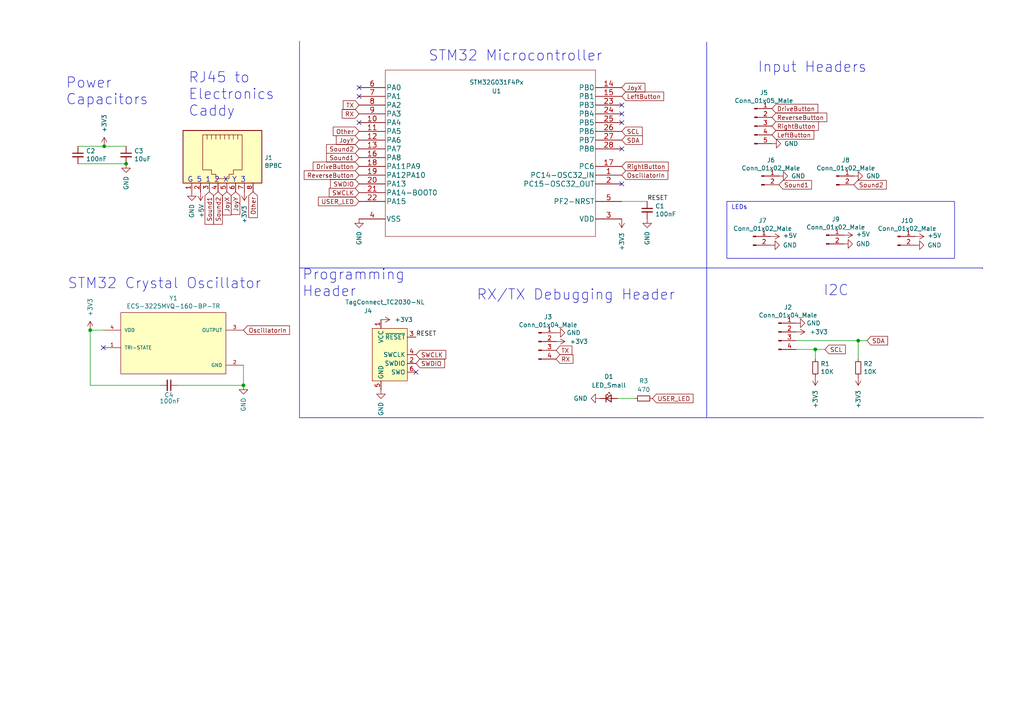
<source format=kicad_sch>
(kicad_sch (version 20230121) (generator eeschema)
  (paper "A4")
  (lib_symbols
    (symbol "Connector:8P8C" (pin_names (offset 1.016))
      (property "Reference" "J" (at -5.08 13.97 0))
      (property "Value" "8P8C" (at 2.54 13.97 0))
      (symbol "8P8C_0_1"
        (polyline (pts (xy -5.08 4.445) (xy -6.35 4.445)))
        (polyline (pts (xy -5.08 5.715) (xy -6.35 5.715)))
        (polyline (pts (xy -6.35 -3.175) (xy -5.08 -3.175) (xy -5.08 -3.175)))
        (polyline (pts (xy -6.35 -1.905) (xy -5.08 -1.905) (xy -5.08 -1.905)))
        (polyline (pts (xy -6.35 -0.635) (xy -5.08 -0.635) (xy -5.08 -0.635)))
        (polyline (pts (xy -6.35 0.635) (xy -5.08 0.635) (xy -5.08 0.635)))
        (polyline (pts (xy -6.35 1.905) (xy -5.08 1.905) (xy -5.08 1.905)))
        (polyline (pts (xy -5.08 3.175) (xy -6.35 3.175) (xy -6.35 3.175)))
        (polyline (pts (xy -6.35 -4.445) (xy -6.35 6.985) (xy 3.81 6.985) (xy 3.81 4.445) (xy 5.08 4.445) (xy 5.08 3.175) (xy 6.35 3.175) (xy 6.35 -0.635) (xy 5.08 -0.635) (xy 5.08 -1.905) (xy 3.81 -1.905) (xy 3.81 -4.445) (xy -6.35 -4.445) (xy -6.35 -4.445)))
        (rectangle (start 7.62 12.7) (end -7.62 -10.16) (stroke (width 0.254)) (fill (type background)))
      )
      (symbol "8P8C_1_1"
        (pin passive line (at 10.16 -7.62 180) (length 2.54) (name "~") (number "1"))
        (pin passive line (at 10.16 -5.08 180) (length 2.54) (name "~") (number "2"))
        (pin passive line (at 10.16 -2.54 180) (length 2.54) (name "~") (number "3"))
        (pin passive line (at 10.16 0 180) (length 2.54) (name "~") (number "4"))
        (pin passive line (at 10.16 2.54 180) (length 2.54) (name "~") (number "5"))
        (pin passive line (at 10.16 5.08 180) (length 2.54) (name "~") (number "6"))
        (pin passive line (at 10.16 7.62 180) (length 2.54) (name "~") (number "7"))
        (pin passive line (at 10.16 10.16 180) (length 2.54) (name "~") (number "8"))
      )
    )
    (symbol "Connector:Conn_01x02_Male" (pin_names (offset 1.016) hide)
      (property "Reference" "J" (at 0 2.54 0))
      (property "Value" "Conn_01x02_Male" (at 0 -5.08 0))
      (symbol "Conn_01x02_Male_1_1"
        (polyline (pts (xy 1.27 -2.54) (xy 0.8636 -2.54)) (stroke (width 0.1524)))
        (polyline (pts (xy 1.27 0) (xy 0.8636 0)) (stroke (width 0.1524)))
        (rectangle (start 0.8636 -2.413) (end 0 -2.667) (stroke (width 0.1524)) (fill (type outline)))
        (rectangle (start 0.8636 0.127) (end 0 -0.127) (stroke (width 0.1524)) (fill (type outline)))
        (pin passive line (at 5.08 0 180) (length 3.81) (name "Pin_1") (number "1"))
        (pin passive line (at 5.08 -2.54 180) (length 3.81) (name "Pin_2") (number "2"))
      )
    )
    (symbol "Connector:Conn_01x04_Male" (pin_names (offset 1.016) hide)
      (property "Reference" "J" (at 0 5.08 0))
      (property "Value" "Conn_01x04_Male" (at 0 -7.62 0))
      (symbol "Conn_01x04_Male_1_1"
        (polyline (pts (xy 1.27 -5.08) (xy 0.8636 -5.08)) (stroke (width 0.1524)))
        (polyline (pts (xy 1.27 -2.54) (xy 0.8636 -2.54)) (stroke (width 0.1524)))
        (polyline (pts (xy 1.27 0) (xy 0.8636 0)) (stroke (width 0.1524)))
        (polyline (pts (xy 1.27 2.54) (xy 0.8636 2.54)) (stroke (width 0.1524)))
        (rectangle (start 0.8636 -4.953) (end 0 -5.207) (stroke (width 0.1524)) (fill (type outline)))
        (rectangle (start 0.8636 -2.413) (end 0 -2.667) (stroke (width 0.1524)) (fill (type outline)))
        (rectangle (start 0.8636 0.127) (end 0 -0.127) (stroke (width 0.1524)) (fill (type outline)))
        (rectangle (start 0.8636 2.667) (end 0 2.413) (stroke (width 0.1524)) (fill (type outline)))
        (pin passive line (at 5.08 2.54 180) (length 3.81) (name "Pin_1") (number "1"))
        (pin passive line (at 5.08 0 180) (length 3.81) (name "Pin_2") (number "2"))
        (pin passive line (at 5.08 -2.54 180) (length 3.81) (name "Pin_3") (number "3"))
        (pin passive line (at 5.08 -5.08 180) (length 3.81) (name "Pin_4") (number "4"))
      )
    )
    (symbol "Connector:Conn_01x05_Male" (pin_names (offset 1.016) hide)
      (property "Reference" "J" (at 0 7.62 0))
      (property "Value" "Conn_01x05_Male" (at 0 -7.62 0))
      (symbol "Conn_01x05_Male_1_1"
        (polyline (pts (xy 1.27 -5.08) (xy 0.8636 -5.08)) (stroke (width 0.1524)))
        (polyline (pts (xy 1.27 -2.54) (xy 0.8636 -2.54)) (stroke (width 0.1524)))
        (polyline (pts (xy 1.27 0) (xy 0.8636 0)) (stroke (width 0.1524)))
        (polyline (pts (xy 1.27 2.54) (xy 0.8636 2.54)) (stroke (width 0.1524)))
        (polyline (pts (xy 1.27 5.08) (xy 0.8636 5.08)) (stroke (width 0.1524)))
        (rectangle (start 0.8636 -4.953) (end 0 -5.207) (stroke (width 0.1524)) (fill (type outline)))
        (rectangle (start 0.8636 -2.413) (end 0 -2.667) (stroke (width 0.1524)) (fill (type outline)))
        (rectangle (start 0.8636 0.127) (end 0 -0.127) (stroke (width 0.1524)) (fill (type outline)))
        (rectangle (start 0.8636 2.667) (end 0 2.413) (stroke (width 0.1524)) (fill (type outline)))
        (rectangle (start 0.8636 5.207) (end 0 4.953) (stroke (width 0.1524)) (fill (type outline)))
        (pin passive line (at 5.08 5.08 180) (length 3.81) (name "Pin_1") (number "1"))
        (pin passive line (at 5.08 2.54 180) (length 3.81) (name "Pin_2") (number "2"))
        (pin passive line (at 5.08 0 180) (length 3.81) (name "Pin_3") (number "3"))
        (pin passive line (at 5.08 -2.54 180) (length 3.81) (name "Pin_4") (number "4"))
        (pin passive line (at 5.08 -5.08 180) (length 3.81) (name "Pin_5") (number "5"))
      )
    )
    (symbol "Connector:Conn_ARM_SWD_TagConnect_TC2030-NL" (in_bom no)
      (property "Reference" "J" (at 2.54 11.43 0))
      (property "Value" "Conn_ARM_SWD_TagConnect_TC2030-NL" (at 2.54 8.89 0))
      (symbol "Conn_ARM_SWD_TagConnect_TC2030-NL_0_0"
        (pin power_in line (at -2.54 10.16 270) (length 2.54) (name "VCC") (number "1"))
        (pin bidirectional line (at 7.62 -2.54 180) (length 2.54) (name "SWDIO") (number "2"))
        (pin open_collector line (at 7.62 5.08 180) (length 2.54) (name "~{RESET}") (number "3"))
        (pin output line (at 7.62 0 180) (length 2.54) (name "SWCLK") (number "4"))
        (pin power_in line (at -2.54 -10.16 90) (length 2.54) (name "GND") (number "5"))
        (pin input line (at 7.62 -5.08 180) (length 2.54) (name "SWO") (number "6"))
      )
      (symbol "Conn_ARM_SWD_TagConnect_TC2030-NL_0_1"
        (rectangle (start -5.08 7.62) (end 5.08 -7.62) (fill (type background)))
      )
    )
    (symbol "CrystalOscillator:ECS-3225MVQ-160-BP-TR" (pin_names (offset 1.016))
      (property "Reference" "Y" (at -15.5448 8.1534 0))
      (property "Value" "ECS-3225MVQ-160-BP-TR" (at -15.0114 -12.9794 0))
      (symbol "ECS-3225MVQ-160-BP-TR_0_0"
        (rectangle (start -15.24 -10.16) (end 15.24 7.62) (stroke (width 0.1524)) (fill (type background)))
        (pin input line (at -20.32 -2.54 0) (length 5.08) (name "TRI-STATE") (number "1"))
        (pin power_in line (at 20.32 -7.62 180) (length 5.08) (name "GND") (number "2"))
        (pin output line (at 20.32 2.54 180) (length 5.08) (name "OUTPUT") (number "3"))
        (pin input line (at -20.32 2.54 0) (length 5.08) (name "VDD") (number "4"))
      )
    )
    (symbol "Device:C_Small" (pin_numbers hide) (pin_names (offset 0.254) hide)
      (property "Reference" "C" (at 0.254 1.778 0))
      (property "Value" "C_Small" (at 0.254 -2.032 0))
      (symbol "C_Small_0_1"
        (polyline (pts (xy -1.524 -0.508) (xy 1.524 -0.508)) (stroke (width 0.3302)))
        (polyline (pts (xy -1.524 0.508) (xy 1.524 0.508)) (stroke (width 0.3048)))
      )
      (symbol "C_Small_1_1"
        (pin passive line (at 0 2.54 270) (length 2.032) (name "~") (number "1"))
        (pin passive line (at 0 -2.54 90) (length 2.032) (name "~") (number "2"))
      )
    )
    (symbol "Device:LED_Small" (pin_numbers hide) (pin_names (offset 0.254) hide)
      (property "Reference" "D" (at -1.27 3.175 0))
      (property "Value" "LED_Small" (at -4.445 -2.54 0))
      (symbol "LED_Small_0_1"
        (polyline (pts (xy -0.762 -1.016) (xy -0.762 1.016)) (stroke (width 0.254)))
        (polyline (pts (xy 1.016 0) (xy -0.762 0)))
        (polyline (pts (xy 0.762 -1.016) (xy -0.762 0) (xy 0.762 1.016) (xy 0.762 -1.016)) (stroke (width 0.254)))
        (polyline (pts (xy 0 0.762) (xy -0.508 1.27) (xy -0.254 1.27) (xy -0.508 1.27) (xy -0.508 1.016)))
        (polyline (pts (xy 0.508 1.27) (xy 0 1.778) (xy 0.254 1.778) (xy 0 1.778) (xy 0 1.524)))
      )
      (symbol "LED_Small_1_1"
        (pin passive line (at -2.54 0 0) (length 1.778) (name "K") (number "1"))
        (pin passive line (at 2.54 0 180) (length 1.778) (name "A") (number "2"))
      )
    )
    (symbol "Device:R_Small" (pin_numbers hide) (pin_names (offset 0.254) hide)
      (property "Reference" "R" (at 0.762 0.508 0))
      (property "Value" "R_Small" (at 0.762 -1.016 0))
      (symbol "R_Small_0_1"
        (rectangle (start -0.762 1.778) (end 0.762 -1.778) (stroke (width 0.2032)))
      )
      (symbol "R_Small_1_1"
        (pin passive line (at 0 2.54 270) (length 0.762) (name "~") (number "1"))
        (pin passive line (at 0 -2.54 90) (length 0.762) (name "~") (number "2"))
      )
    )
    (symbol "STM32QFN:STM32G031G8U6" (pin_names (offset 0.254))
      (property "Reference" "U" (at 38.1 10.16 0))
      (property "Value" "STM32G031G8U6" (at 38.1 7.62 0))
      (symbol "STM32G031G8U6_1_1"
        (polyline (pts (xy 7.62 -43.18) (xy 68.58 -43.18)) (stroke (width 0.127)))
        (polyline (pts (xy 7.62 5.08) (xy 7.62 -43.18)) (stroke (width 0.127)))
        (polyline (pts (xy 68.58 -43.18) (xy 68.58 5.08)) (stroke (width 0.127)))
        (polyline (pts (xy 68.58 5.08) (xy 7.62 5.08)) (stroke (width 0.127)))
        (pin bidirectional line (at 76.2 -25.4 180) (length 7.62) (name "PC14-OSC32_IN") (number "1"))
        (pin bidirectional line (at 0 -10.16 0) (length 7.62) (name "PA4") (number "10"))
        (pin bidirectional line (at 0 -12.7 0) (length 7.62) (name "PA5") (number "11"))
        (pin bidirectional line (at 0 -15.24 0) (length 7.62) (name "PA6") (number "12"))
        (pin bidirectional line (at 0 -17.78 0) (length 7.62) (name "PA7") (number "13"))
        (pin bidirectional line (at 76.2 0 180) (length 7.62) (name "PB0") (number "14"))
        (pin bidirectional line (at 76.2 -2.54 180) (length 7.62) (name "PB1") (number "15"))
        (pin bidirectional line (at 0 -20.32 0) (length 7.62) (name "PA8") (number "16"))
        (pin bidirectional line (at 76.2 -22.86 180) (length 7.62) (name "PC6") (number "17"))
        (pin bidirectional line (at 0 -22.86 0) (length 7.62) (name "PA11PA9") (number "18"))
        (pin bidirectional line (at 0 -25.4 0) (length 7.62) (name "PA12PA10") (number "19"))
        (pin bidirectional line (at 76.2 -27.94 180) (length 7.62) (name "PC15-OSC32_OUT") (number "2"))
        (pin bidirectional line (at 0 -27.94 0) (length 7.62) (name "PA13") (number "20"))
        (pin bidirectional line (at 0 -30.48 0) (length 7.62) (name "PA14-BOOT0") (number "21"))
        (pin bidirectional line (at 0 -33.02 0) (length 7.62) (name "PA15") (number "22"))
        (pin bidirectional line (at 76.2 -5.08 180) (length 7.62) (name "PB3") (number "23"))
        (pin bidirectional line (at 76.2 -7.62 180) (length 7.62) (name "PB4") (number "24"))
        (pin bidirectional line (at 76.2 -10.16 180) (length 7.62) (name "PB5") (number "25"))
        (pin bidirectional line (at 76.2 -12.7 180) (length 7.62) (name "PB6") (number "26"))
        (pin bidirectional line (at 76.2 -15.24 180) (length 7.62) (name "PB7") (number "27"))
        (pin bidirectional line (at 76.2 -17.78 180) (length 7.62) (name "PB8") (number "28"))
        (pin power_in line (at 76.2 -38.1 180) (length 7.62) (name "VDD") (number "3"))
        (pin power_in line (at 0 -38.1 0) (length 7.62) (name "VSS") (number "4"))
        (pin bidirectional line (at 76.2 -33.02 180) (length 7.62) (name "PF2-NRST") (number "5"))
        (pin bidirectional line (at 0 0 0) (length 7.62) (name "PA0") (number "6"))
        (pin bidirectional line (at 0 -2.54 0) (length 7.62) (name "PA1") (number "7"))
        (pin bidirectional line (at 0 -5.08 0) (length 7.62) (name "PA2") (number "8"))
        (pin bidirectional line (at 0 -7.62 0) (length 7.62) (name "PA3") (number "9"))
      )
    )
    (symbol "power:+3.3V" (power) (pin_names (offset 0))
      (property "Value" "+3.3V" (at 0 3.556 0))
      (symbol "+3.3V_0_1"
        (polyline (pts (xy -0.762 1.27) (xy 0 2.54)))
        (polyline (pts (xy 0 0) (xy 0 2.54)))
        (polyline (pts (xy 0 2.54) (xy 0.762 1.27)))
      )
      (symbol "+3.3V_1_1"
        (pin power_in line (at 0 0 90) (length 0) hide (name "+3V3") (number "1"))
      )
    )
    (symbol "power:+5V" (power) (pin_names (offset 0))
      (property "Value" "+5V" (at 0 3.556 0))
      (symbol "+5V_0_1"
        (polyline (pts (xy -0.762 1.27) (xy 0 2.54)))
        (polyline (pts (xy 0 0) (xy 0 2.54)))
        (polyline (pts (xy 0 2.54) (xy 0.762 1.27)))
      )
      (symbol "+5V_1_1"
        (pin power_in line (at 0 0 90) (length 0) hide (name "+5V") (number "1"))
      )
    )
    (symbol "power:GND" (power) (pin_names (offset 0))
      (property "Value" "GND" (at 0 -3.81 0))
      (symbol "GND_0_1"
        (polyline (pts (xy 0 0) (xy 0 -1.27) (xy 1.27 -1.27) (xy 0 -2.54) (xy -1.27 -1.27) (xy 0 -1.27)))
      )
      (symbol "GND_1_1"
        (pin power_in line (at 0 0 270) (length 0) hide (name "GND") (number "1"))
      )
    )
  )
  (junction (at 70.612 111.76))
  (junction (at 26.162 95.758))
  (junction (at 30.226 42.418))
  (junction (at 248.92 98.806))
  (junction (at 36.576 47.498))
  (junction (at 236.474 101.346))
  (no_connect (at 29.972 100.838))
  (no_connect (at 104.14 27.94))
  (no_connect (at 180.34 33.02))
  (no_connect (at 104.14 25.4))
  (no_connect (at 104.14 35.56))
  (no_connect (at 180.34 43.18))
  (no_connect (at 180.34 35.56))
  (no_connect (at 120.65 107.95))
  (no_connect (at 180.34 30.48))
  (no_connect (at 180.34 53.34))
  (wire (pts (xy 248.92 98.806) (xy 251.46 98.806)))
  (wire (pts (xy 51.562 111.76) (xy 70.612 111.76)))
  (wire (pts (xy 179.07 115.57) (xy 184.15 115.57)))
  (polyline (pts (xy 86.868 11.938) (xy 86.868 121.158)))
  (wire (pts (xy 22.606 42.418) (xy 30.226 42.418)))
  (wire (pts (xy 230.886 98.806) (xy 248.92 98.806)))
  (wire (pts (xy 70.612 105.918) (xy 70.612 111.76)))
  (polyline (pts (xy 86.868 77.724) (xy 284.988 77.724)))
  (wire (pts (xy 236.474 101.346) (xy 236.474 104.14)))
  (wire (pts (xy 22.606 47.498) (xy 36.576 47.498)))
  (polyline (pts (xy 204.978 12.192) (xy 204.978 121.158)))
  (polyline (pts (xy 86.868 121.158) (xy 285.242 121.158)))
  (polyline (pts (xy 284.988 77.724) (xy 284.988 77.978)))
  (wire (pts (xy 30.226 42.418) (xy 36.576 42.418)))
  (wire (pts (xy 26.162 95.758) (xy 26.162 111.76)))
  (wire (pts (xy 248.92 104.14) (xy 248.92 98.806)))
  (wire (pts (xy 180.34 58.42) (xy 187.706 58.42)))
  (wire (pts (xy 29.972 95.758) (xy 26.162 95.758)))
  (wire (pts (xy 26.162 111.76) (xy 46.482 111.76)))
  (wire (pts (xy 239.268 101.346) (xy 236.474 101.346)))
  (wire (pts (xy 230.886 101.346) (xy 236.474 101.346)))
  (rectangle (start 210.82 58.42) (end 276.86 74.93))
  (text "STM32 Crystal Oscillator" (at 19.558 84.074 0) (effects (font (size 2.9972 2.9972)) (justify left bottom)))
  (text "Programming\nHeader" (at 87.63 86.36 0) (effects (font (size 2.9972 2.9972)) (justify left bottom)))
  (text "G 5 1 2 X Y 3" (at 54.356 53.086 0) (effects (font (size 1.4986 1.4986)) (justify left bottom)))
  (text "RX/TX Debugging Header" (at 138.176 87.376 0) (effects (font (size 2.9972 2.9972)) (justify left bottom)))
  (text "STM32 Microcontroller" (at 124.206 18.034 0) (effects (font (size 2.9972 2.9972)) (justify left bottom)))
  (text "Input Headers" (at 219.71 21.336 0) (effects (font (size 2.9972 2.9972)) (justify left bottom)))
  (text "RJ45 to \nElectronics\nCaddy" (at 54.61 34.036 0) (effects (font (size 2.9972 2.9972)) (justify left bottom)))
  (text "I2C" (at 238.76 86.106 0) (effects (font (size 2.9972 2.9972)) (justify left bottom)))
  (text "Power\nCapacitors" (at 19.05 30.734 0) (effects (font (size 2.9972 2.9972)) (justify left bottom)))
  (text "LEDs" (at 212.09 60.96 0) (effects (font (size 1.27 1.27)) (justify left bottom)))
  (label "RESET" (at 120.65 97.79 0))
  (label "RESET" (at 187.706 58.42 0))
  (global_label "SDA" (shape input) (at 251.46 98.806 0) (property "Intersheetrefs" "${INTERSHEET_REFS}" (effects hide)))
  (global_label "JoyY" (shape input) (at 104.14 40.64 180) (property "Intersheetrefs" "${INTERSHEET_REFS}" (effects hide)))
  (global_label "JoyX" (shape input) (at 65.786 55.626 270) (property "Intersheetrefs" "${INTERSHEET_REFS}" (effects hide)))
  (global_label "TX" (shape input) (at 104.14 30.48 180) (property "Intersheetrefs" "${INTERSHEET_REFS}" (effects hide)))
  (global_label "LeftButton" (shape input) (at 223.901 39.116 0) (property "Intersheetrefs" "${INTERSHEET_REFS}" (effects hide)))
  (global_label "SDA" (shape input) (at 180.34 40.64 0) (property "Intersheetrefs" "${INTERSHEET_REFS}" (effects hide)))
  (global_label "DriveButton" (shape input) (at 223.901 31.496 0) (property "Intersheetrefs" "${INTERSHEET_REFS}" (effects hide)))
  (global_label "ReverseButton" (shape input) (at 104.14 50.8 180) (property "Intersheetrefs" "${INTERSHEET_REFS}" (effects hide)))
  (global_label "JoyY" (shape input) (at 68.326 55.626 270) (property "Intersheetrefs" "${INTERSHEET_REFS}" (effects hide)))
  (global_label "Sound2" (shape input) (at 247.65 53.594 0) (property "Intersheetrefs" "${INTERSHEET_REFS}" (effects hide)))
  (global_label "Other" (shape input) (at 73.406 55.626 270) (property "Intersheetrefs" "${INTERSHEET_REFS}" (effects hide)))
  (global_label "Sound2" (shape input) (at 63.246 55.626 270) (property "Intersheetrefs" "${INTERSHEET_REFS}" (effects hide)))
  (global_label "OscillatorIn" (shape input) (at 70.612 95.758 0) (property "Intersheetrefs" "${INTERSHEET_REFS}" (effects hide)))
  (global_label "Sound2" (shape input) (at 104.14 43.18 180) (property "Intersheetrefs" "${INTERSHEET_REFS}" (effects hide)))
  (global_label "OscillatorIn" (shape input) (at 180.34 50.8 0) (property "Intersheetrefs" "${INTERSHEET_REFS}" (effects hide)))
  (global_label "SWCLK" (shape input) (at 104.14 55.88 180) (property "Intersheetrefs" "${INTERSHEET_REFS}" (effects hide)))
  (global_label "Sound1" (shape input) (at 60.706 55.626 270) (property "Intersheetrefs" "${INTERSHEET_REFS}" (effects hide)))
  (global_label "RightButton" (shape input) (at 180.34 48.26 0) (property "Intersheetrefs" "${INTERSHEET_REFS}" (effects hide)))
  (global_label "Sound1" (shape input) (at 225.933 53.594 0) (property "Intersheetrefs" "${INTERSHEET_REFS}" (effects hide)))
  (global_label "TX" (shape input) (at 161.29 101.6 0) (property "Intersheetrefs" "${INTERSHEET_REFS}" (effects hide)))
  (global_label "USER_LED" (shape input) (at 104.14 58.42 180) (property "Intersheetrefs" "${INTERSHEET_REFS}" (effects hide)))
  (global_label "ReverseButton" (shape input) (at 223.901 34.036 0) (property "Intersheetrefs" "${INTERSHEET_REFS}" (effects hide)))
  (global_label "Sound1" (shape input) (at 104.14 45.72 180) (property "Intersheetrefs" "${INTERSHEET_REFS}" (effects hide)))
  (global_label "SWDIO" (shape input) (at 120.65 105.41 0) (property "Intersheetrefs" "${INTERSHEET_REFS}" (effects hide)))
  (global_label "Other" (shape input) (at 104.14 38.1 180) (property "Intersheetrefs" "${INTERSHEET_REFS}" (effects hide)))
  (global_label "RX" (shape input) (at 161.29 104.14 0) (property "Intersheetrefs" "${INTERSHEET_REFS}" (effects hide)))
  (global_label "DriveButton" (shape input) (at 104.14 48.26 180) (property "Intersheetrefs" "${INTERSHEET_REFS}" (effects hide)))
  (global_label "SCL" (shape input) (at 180.34 38.1 0) (property "Intersheetrefs" "${INTERSHEET_REFS}" (effects hide)))
  (global_label "USER_LED" (shape input) (at 189.23 115.57 0) (property "Intersheetrefs" "${INTERSHEET_REFS}" (effects hide)))
  (global_label "SWCLK" (shape input) (at 120.65 102.87 0) (property "Intersheetrefs" "${INTERSHEET_REFS}" (effects hide)))
  (global_label "SWDIO" (shape input) (at 104.14 53.34 180) (property "Intersheetrefs" "${INTERSHEET_REFS}" (effects hide)))
  (global_label "JoyX" (shape input) (at 180.34 25.4 0) (property "Intersheetrefs" "${INTERSHEET_REFS}" (effects hide)))
  (global_label "LeftButton" (shape input) (at 180.34 27.94 0) (property "Intersheetrefs" "${INTERSHEET_REFS}" (effects hide)))
  (global_label "RX" (shape input) (at 104.14 33.02 180) (property "Intersheetrefs" "${INTERSHEET_REFS}" (effects hide)))
  (global_label "SCL" (shape input) (at 239.268 101.346 0) (property "Intersheetrefs" "${INTERSHEET_REFS}" (effects hide)))
  (global_label "RightButton" (shape input) (at 223.901 36.576 0) (property "Intersheetrefs" "${INTERSHEET_REFS}" (effects hide)))
  (symbol (lib_id "Connector:8P8C") (at 63.246 45.466 270) (unit 1)
    (property "Reference" "J1" (at 76.708 45.7454 90) (effects (justify left)))
    (property "Value" "8P8C" (at 76.708 48.0568 90) (effects (justify left)))
    (property "Footprint" "Useful Modifications:RJ45_x08_Tab_Up" (effects hide))
  )
  (symbol (lib_id "power:GND") (at 55.626 55.626 0) (unit 1)
    (property "Reference" "#PWR05" (effects hide))
    (property "Value" "GND" (at 55.626 61.214 90))
  )
  (symbol (lib_id "power:+3.3V") (at 70.866 55.626 180) (unit 1)
    (property "Reference" "#PWR010" (effects hide))
    (property "Value" "+3.3V" (at 70.866 62.23 90))
  )
  (symbol (lib_id "power:+5V") (at 58.166 55.626 180) (unit 1)
    (property "Reference" "#PWR06" (effects hide))
    (property "Value" "+5V" (at 58.42 61.214 90))
  )
  (symbol (lib_id "power:GND") (at 104.14 63.5 0) (unit 1)
    (property "Reference" "#PWR016" (effects hide))
    (property "Value" "GND" (at 104.14 69.088 90))
  )
  (symbol (lib_id "power:+3.3V") (at 180.34 63.5 180) (unit 1)
    (property "Reference" "#PWR029" (effects hide))
    (property "Value" "+3.3V" (at 180.34 70.104 90))
  )
  (symbol (lib_id "Connector:Conn_01x04_Male") (at 225.806 96.266 0) (unit 1)
    (property "Reference" "J2" (at 228.5492 89.1286 0))
    (property "Value" "Conn_01x04_Male" (at 228.5492 91.44 0))
    (property "Footprint" "Connector_JST:JST_SH_BM04B-SRSS-TB_1x04-1MP_P1.00mm_Vertical" (effects hide))
    (property "MPN" "C145961" (effects hide))
  )
  (symbol (lib_id "power:GND") (at 230.886 93.726 90) (unit 1)
    (property "Reference" "#PWR03" (effects hide))
    (property "Value" "GND" (at 235.966 93.726 90))
  )
  (symbol (lib_id "power:+3.3V") (at 230.886 96.266 270) (unit 1)
    (property "Reference" "#PWR04" (effects hide))
    (property "Value" "+3.3V" (at 237.49 96.266 90))
  )
  (symbol (lib_id "Device:R_Small") (at 248.92 106.68 0) (unit 1)
    (property "Reference" "R2" (at 250.4186 105.5116 0) (effects (justify left)))
    (property "Value" "10K" (at 250.4186 107.823 0) (effects (justify left)))
    (property "Footprint" "Resistor_SMD:R_0805_2012Metric" (effects hide))
    (property "MPN" "C17414" (effects hide))
  )
  (symbol (lib_id "Device:R_Small") (at 236.474 106.68 0) (unit 1)
    (property "Reference" "R1" (at 237.9726 105.5116 0) (effects (justify left)))
    (property "Value" "10K" (at 237.9726 107.823 0) (effects (justify left)))
    (property "Footprint" "Resistor_SMD:R_0805_2012Metric" (effects hide))
    (property "MPN" "C17414" (effects hide))
  )
  (symbol (lib_id "power:+3.3V") (at 236.474 109.22 180) (unit 1)
    (property "Reference" "#PWR07" (effects hide))
    (property "Value" "+3.3V" (at 236.474 115.824 90))
  )
  (symbol (lib_id "power:+3.3V") (at 248.92 109.22 180) (unit 1)
    (property "Reference" "#PWR022" (effects hide))
    (property "Value" "+3.3V" (at 248.92 115.824 90))
  )
  (symbol (lib_id "Connector:Conn_01x04_Male") (at 156.21 99.06 0) (unit 1)
    (property "Reference" "J3" (at 158.9532 91.9226 0))
    (property "Value" "Conn_01x04_Male" (at 158.9532 94.234 0))
    (property "Footprint" "Connector_JST:JST_SH_BM04B-SRSS-TB_1x04-1MP_P1.00mm_Vertical" (effects hide))
    (property "MPN" "C145961" (effects hide))
  )
  (symbol (lib_id "power:GND") (at 161.29 96.52 90) (unit 1)
    (property "Reference" "#PWR01" (effects hide))
    (property "Value" "GND" (at 166.37 96.52 90))
  )
  (symbol (lib_id "power:+3.3V") (at 161.29 99.06 270) (unit 1)
    (property "Reference" "#PWR02" (effects hide))
    (property "Value" "+3.3V" (at 167.894 99.06 90))
  )
  (symbol (lib_id "power:+5V") (at 244.729 68.199 270) (unit 1)
    (property "Reference" "#PWR015" (effects hide))
    (property "Value" "+5V" (at 250.317 67.945 90))
  )
  (symbol (lib_id "power:GND") (at 244.729 70.739 90) (unit 1)
    (property "Reference" "#PWR017" (effects hide))
    (property "Value" "GND" (at 250.317 70.739 90))
  )
  (symbol (lib_id "power:GND") (at 223.901 41.656 90) (unit 1)
    (property "Reference" "#PWR09" (effects hide))
    (property "Value" "GND" (at 229.489 41.656 90))
  )
  (symbol (lib_id "power:+5V") (at 223.52 68.58 270) (unit 1)
    (property "Reference" "#PWR012" (effects hide))
    (property "Value" "+5V" (at 229.108 68.326 90))
  )
  (symbol (lib_id "power:GND") (at 223.52 71.12 90) (unit 1)
    (property "Reference" "#PWR013" (effects hide))
    (property "Value" "GND" (at 229.108 71.12 90))
  )
  (symbol (lib_id "power:GND") (at 225.933 51.054 90) (unit 1)
    (property "Reference" "#PWR030" (effects hide))
    (property "Value" "GND" (at 231.521 51.054 90))
  )
  (symbol (lib_id "power:GND") (at 247.65 51.054 90) (unit 1)
    (property "Reference" "#PWR033" (effects hide))
    (property "Value" "GND" (at 253.238 51.054 90))
  )
  (symbol (lib_id "STM32QFN:STM32G031G8U6") (at 104.14 25.4 0) (unit 1)
    (property "Reference" "U1" (at 144.018 26.416 0))
    (property "Value" "STM32G031F4Px" (at 144.018 23.876 0))
    (property "Footprint" "Useful Modifications:STM32G031G8U6" (effects hide))
    (property "MPN" "C432211" (effects hide))
  )
  (symbol (lib_id "Device:C_Small") (at 22.606 44.958 0) (unit 1)
    (property "Reference" "C2" (at 24.9428 43.7896 0) (effects (justify left)))
    (property "Value" "100nF" (at 24.9428 46.101 0) (effects (justify left)))
    (property "Footprint" "Capacitor_SMD:C_0805_2012Metric" (effects hide))
    (property "MPN" "C49678" (effects hide))
  )
  (symbol (lib_id "Device:C_Small") (at 36.576 44.958 0) (unit 1)
    (property "Reference" "C3" (at 38.9128 43.7896 0) (effects (justify left)))
    (property "Value" "10uF" (at 38.9128 46.101 0) (effects (justify left)))
    (property "Footprint" "Capacitor_SMD:C_0805_2012Metric" (effects hide))
    (property "MPN" "C15850" (effects hide))
  )
  (symbol (lib_id "Device:C_Small") (at 187.706 60.96 0) (unit 1)
    (property "Reference" "C1" (at 190.0428 59.7916 0) (effects (justify left)))
    (property "Value" "100nF" (at 190.0428 62.103 0) (effects (justify left)))
    (property "Footprint" "Capacitor_SMD:C_0805_2012Metric" (effects hide))
    (property "MPN" "C49678" (effects hide))
  )
  (symbol (lib_id "power:+3.3V") (at 30.226 42.418 0) (unit 1)
    (property "Reference" "#PWR023" (effects hide))
    (property "Value" "+3.3V" (at 30.226 35.814 90))
  )
  (symbol (lib_id "power:GND") (at 36.576 47.498 0) (unit 1)
    (property "Reference" "#PWR028" (effects hide))
    (property "Value" "GND" (at 36.576 53.086 90))
  )
  (symbol (lib_id "power:GND") (at 187.706 63.5 0) (unit 1)
    (property "Reference" "#PWR021" (effects hide))
    (property "Value" "GND" (at 187.706 69.088 90))
  )
  (symbol (lib_id "power:+3.3V") (at 110.49 92.71 270) (unit 1)
    (property "Reference" "#PWR020" (effects hide))
    (property "Value" "+3.3V" (at 117.094 92.71 90))
  )
  (symbol (lib_id "power:GND") (at 110.49 113.03 0) (unit 1)
    (property "Reference" "#PWR019" (effects hide))
    (property "Value" "GND" (at 110.49 118.618 90))
  )
  (symbol (lib_id "CrystalOscillator:ECS-3225MVQ-160-BP-TR") (at 50.292 98.298 0) (unit 1)
    (property "Reference" "Y1" (at 50.292 86.487 0))
    (property "Value" "ECS-3225MVQ-160-BP-TR" (at 50.292 88.7984 0))
    (property "Footprint" "Useful Modifications:OSC_ECS-3225MVQ-160-BP-TR" (effects hide))
    (property "MPN" "C252336" (effects hide))
  )
  (symbol (lib_id "power:GND") (at 70.612 111.76 0) (unit 1)
    (property "Reference" "#PWR0101" (effects hide))
    (property "Value" "GND" (at 70.612 117.348 90))
  )
  (symbol (lib_id "power:+3.3V") (at 26.162 95.758 0) (unit 1)
    (property "Reference" "#PWR0102" (effects hide))
    (property "Value" "+3.3V" (at 26.162 89.154 90))
  )
  (symbol (lib_id "Device:C_Small") (at 49.022 111.76 270) (unit 1)
    (property "Reference" "C4" (at 49.022 114.554 90))
    (property "Value" "100nF" (at 49.276 116.332 90))
    (property "Footprint" "Capacitor_SMD:C_0805_2012Metric" (effects hide))
    (property "MPN" "C49678" (effects hide))
  )
  (symbol (lib_id "Connector:Conn_01x05_Male") (at 218.821 36.576 0) (unit 1)
    (property "Reference" "J5" (at 221.5642 26.8986 0))
    (property "Value" "Conn_01x05_Male" (at 221.5642 29.21 0))
    (property "Footprint" "Connector_JST:JST_XH_B5B-XH-A_1x05_P2.50mm_Vertical" (effects hide))
  )
  (symbol (lib_id "Connector:Conn_01x02_Male") (at 220.853 51.054 0) (unit 1)
    (property "Reference" "J6" (at 223.5962 46.4566 0))
    (property "Value" "Conn_01x02_Male" (at 223.5962 48.768 0))
    (property "Footprint" "Connector_JST:JST_XH_B2B-XH-A_1x02_P2.50mm_Vertical" (effects hide))
  )
  (symbol (lib_id "Connector:Conn_01x02_Male") (at 242.57 51.054 0) (unit 1)
    (property "Reference" "J8" (at 245.3132 46.4566 0))
    (property "Value" "Conn_01x02_Male" (at 245.3132 48.768 0))
    (property "Footprint" "Connector_JST:JST_XH_B2B-XH-A_1x02_P2.50mm_Vertical" (effects hide))
  )
  (symbol (lib_id "Connector:Conn_01x02_Male") (at 218.44 68.58 0) (unit 1)
    (property "Reference" "J7" (at 221.1832 63.9826 0))
    (property "Value" "Conn_01x02_Male" (at 221.1832 66.294 0))
    (property "Footprint" "Connector_JST:JST_XH_B2B-XH-A_1x02_P2.50mm_Vertical" (effects hide))
  )
  (symbol (lib_id "Connector:Conn_01x02_Male") (at 239.649 68.199 0) (unit 1)
    (property "Reference" "J9" (at 242.3922 63.6016 0))
    (property "Value" "Conn_01x02_Male" (at 242.3922 65.913 0))
    (property "Footprint" "Connector_JST:JST_XH_B2B-XH-A_1x02_P2.50mm_Vertical" (effects hide))
  )
  (symbol (lib_id "Device:LED_Small") (at 176.53 115.57 0) (unit 1)
    (property "Reference" "D1" (at 176.5935 109.22 0))
    (property "Value" "LED_Small" (at 176.5935 111.76 0))
    (property "Footprint" "LED_SMD:LED_0603_1608Metric" (effects hide))
    (property "MPN" "C2286" (effects hide))
  )
  (symbol (lib_id "Connector:Conn_ARM_SWD_TagConnect_TC2030-NL") (at 113.03 102.87 0) (unit 1)
    (property "Reference" "J4" (at 107.95 90.17 0) (effects (justify right)))
    (property "Value" "TagConnect_TC2030-NL" (at 123.19 87.63 0) (effects (justify right)))
    (property "Footprint" "Connector:Tag-Connect_TC2030-IDC-NL_2x03_P1.27mm_Vertical" (effects hide))
    (property "Datasheet" "https://www.tag-connect.com/wp-content/uploads/bsk-pdf-manager/TC2030-CTX_1.pdf" (effects hide))
  )
  (symbol (lib_id "power:GND") (at 173.99 115.57 270) (unit 1)
    (property "Reference" "#PWR018" (effects hide))
    (property "Value" "GND" (at 168.402 115.57 90))
  )
  (symbol (lib_id "Device:R_Small") (at 186.69 115.57 90) (unit 1)
    (property "Reference" "R3" (at 186.69 110.49 90))
    (property "Value" "470" (at 186.69 113.03 90))
    (property "Footprint" "Resistor_SMD:R_0603_1608Metric" (effects hide))
    (property "MPN" "C23179" (effects hide))
  )
  (symbol (lib_id "power:+5V") (at 265.43 68.58 270) (unit 1)
    (property "Reference" "#PWR08" (effects hide))
    (property "Value" "+5V" (at 271.018 68.326 90))
  )
  (symbol (lib_id "power:GND") (at 265.43 71.12 90) (unit 1)
    (property "Reference" "#PWR011" (effects hide))
    (property "Value" "GND" (at 271.018 71.12 90))
  )
  (symbol (lib_id "Connector:Conn_01x02_Male") (at 260.35 68.58 0) (unit 1)
    (property "Reference" "J10" (at 263.0932 63.9826 0))
    (property "Value" "Conn_01x02_Male" (at 263.0932 66.294 0))
    (property "Footprint" "Connector_JST:JST_XH_B2B-XH-A_1x02_P2.50mm_Vertical" (effects hide))
  )
)
</source>
